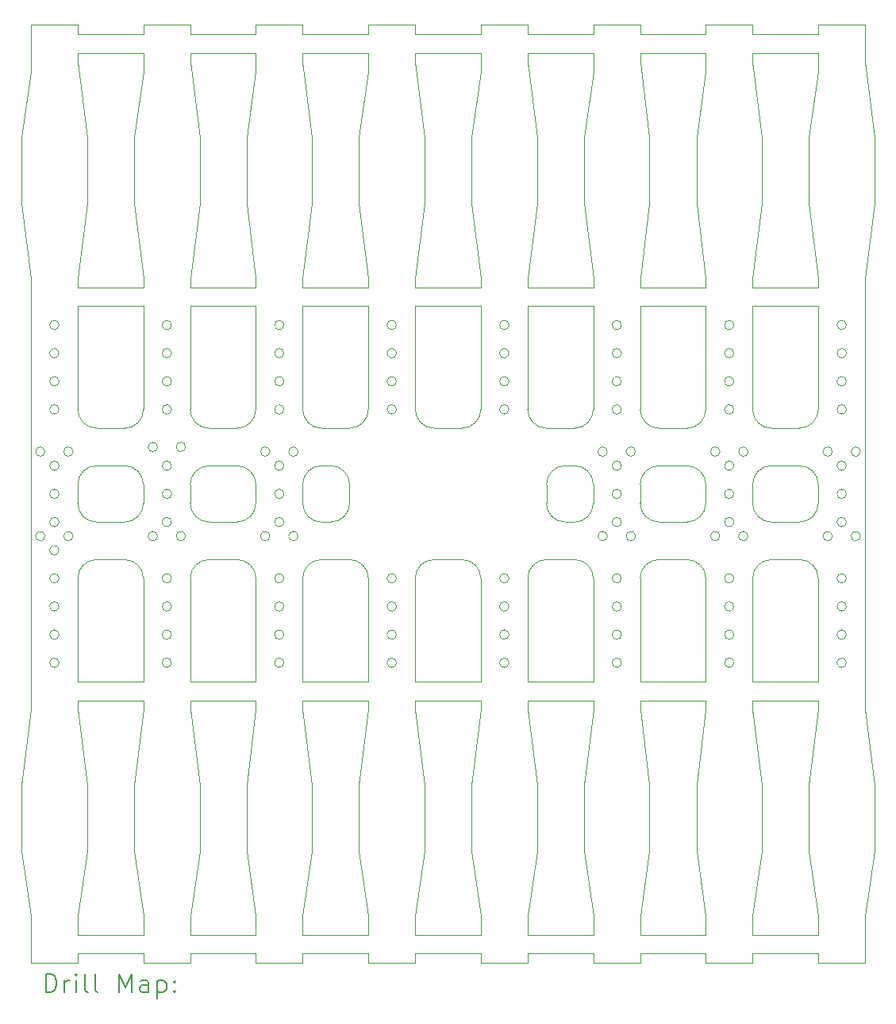
<source format=gbr>
%TF.GenerationSoftware,KiCad,Pcbnew,8.0.1-8.0.1-1~ubuntu22.04.1*%
%TF.CreationDate,2024-03-30T20:05:05+00:00*%
%TF.ProjectId,DRY_FLEX,4452595f-464c-4455-982e-6b696361645f,v1.0*%
%TF.SameCoordinates,Original*%
%TF.FileFunction,Drillmap*%
%TF.FilePolarity,Positive*%
%FSLAX45Y45*%
G04 Gerber Fmt 4.5, Leading zero omitted, Abs format (unit mm)*
G04 Created by KiCad (PCBNEW 8.0.1-8.0.1-1~ubuntu22.04.1) date 2024-03-30 20:05:05*
%MOMM*%
%LPD*%
G01*
G04 APERTURE LIST*
%ADD10C,0.038100*%
%ADD11C,0.200000*%
G04 APERTURE END LIST*
D10*
X4300000Y-7300000D02*
G75*
G02*
X4500000Y-7500000I0J-200000D01*
G01*
X2600000Y-1900000D02*
X3300000Y-1900000D01*
X8600000Y-7500000D02*
G75*
G02*
X8800000Y-7300000I200000J0D01*
G01*
X7200000Y-7800000D02*
G75*
G02*
X7100000Y-7800000I-50000J0D01*
G01*
X7100000Y-7800000D02*
G75*
G02*
X7200000Y-7800000I50000J0D01*
G01*
X8100000Y-6700000D02*
G75*
G02*
X7900000Y-6900000I-200000J0D01*
G01*
X10500000Y-4600000D02*
X10500000Y-5700000D01*
X8600000Y-4600000D02*
X9300000Y-4600000D01*
X2400000Y-4800000D02*
G75*
G02*
X2300000Y-4800000I-50000J0D01*
G01*
X2300000Y-4800000D02*
G75*
G02*
X2400000Y-4800000I50000J0D01*
G01*
X3300000Y-1900000D02*
X3300000Y-2100000D01*
X5700000Y-4300000D02*
X5600000Y-3500000D01*
X9600000Y-5700000D02*
G75*
G02*
X9500000Y-5700000I-50000J0D01*
G01*
X9500000Y-5700000D02*
G75*
G02*
X9600000Y-5700000I50000J0D01*
G01*
X4650000Y-6150000D02*
G75*
G02*
X4550000Y-6150000I-50000J0D01*
G01*
X4550000Y-6150000D02*
G75*
G02*
X4650000Y-6150000I50000J0D01*
G01*
X11000000Y-11300000D02*
X11000000Y-11100000D01*
X8600000Y-1700000D02*
X9300000Y-1700000D01*
X10500000Y-11500000D02*
X10500000Y-11600000D01*
X7800000Y-6300000D02*
X7900000Y-6300000D01*
X8100000Y-4300000D02*
X8100000Y-4400000D01*
X9300000Y-11600000D02*
X9800000Y-11600000D01*
X3300000Y-11500000D02*
X3300000Y-11600000D01*
X4300000Y-6900000D02*
X4000000Y-6900000D01*
X3200000Y-3500000D02*
X3200000Y-2800000D01*
X2400000Y-7800000D02*
G75*
G02*
X2300000Y-7800000I-50000J0D01*
G01*
X2300000Y-7800000D02*
G75*
G02*
X2400000Y-7800000I50000J0D01*
G01*
X6400000Y-5900000D02*
X6700000Y-5900000D01*
X8600000Y-11600000D02*
X8600000Y-11500000D01*
X9800000Y-4600000D02*
X10500000Y-4600000D01*
X10500000Y-5700000D02*
G75*
G02*
X10300000Y-5900000I-200000J0D01*
G01*
X8600000Y-11300000D02*
X8600000Y-11100000D01*
X8550000Y-6150000D02*
G75*
G02*
X8450000Y-6150000I-50000J0D01*
G01*
X8450000Y-6150000D02*
G75*
G02*
X8550000Y-6150000I50000J0D01*
G01*
X6200000Y-8600000D02*
X6900000Y-8600000D01*
X8600000Y-4700000D02*
X8600000Y-5700000D01*
X3800000Y-8600000D02*
X3800000Y-8500000D01*
X4800000Y-6600000D02*
G75*
G02*
X4700000Y-6600000I-50000J0D01*
G01*
X4700000Y-6600000D02*
G75*
G02*
X4800000Y-6600000I50000J0D01*
G01*
X8100000Y-1600000D02*
X8600000Y-1600000D01*
X5000000Y-1700000D02*
X5700000Y-1700000D01*
X8100000Y-8600000D02*
X8100000Y-7500000D01*
X9800000Y-8600000D02*
X9800000Y-8500000D01*
X5500000Y-7300000D02*
G75*
G02*
X5700000Y-7500000I0J-200000D01*
G01*
X6200000Y-11500000D02*
X6900000Y-11500000D01*
X10500000Y-4300000D02*
X10400000Y-3500000D01*
X2400000Y-7200000D02*
G75*
G02*
X2300000Y-7200000I-50000J0D01*
G01*
X2300000Y-7200000D02*
G75*
G02*
X2400000Y-7200000I50000J0D01*
G01*
X9800000Y-8600000D02*
X10500000Y-8600000D01*
X9800000Y-11600000D02*
X9800000Y-11500000D01*
X6900000Y-4600000D02*
X6900000Y-5700000D01*
X3800000Y-6700000D02*
X3800000Y-6500000D01*
X4300000Y-6300000D02*
G75*
G02*
X4500000Y-6500000I0J-200000D01*
G01*
X2600000Y-8900000D02*
X2600000Y-8800000D01*
X6200000Y-11600000D02*
X6200000Y-11500000D01*
X3800000Y-4600000D02*
X3800000Y-4700000D01*
X4400000Y-9700000D02*
X4400000Y-10400000D01*
X4500000Y-4600000D02*
X4500000Y-5700000D01*
X3300000Y-4600000D02*
X3300000Y-5700000D01*
X7200000Y-4800000D02*
G75*
G02*
X7100000Y-4800000I-50000J0D01*
G01*
X7100000Y-4800000D02*
G75*
G02*
X7200000Y-4800000I50000J0D01*
G01*
X6200000Y-7500000D02*
G75*
G02*
X6400000Y-7300000I200000J0D01*
G01*
X10950000Y-7050000D02*
G75*
G02*
X10850000Y-7050000I-50000J0D01*
G01*
X10850000Y-7050000D02*
G75*
G02*
X10950000Y-7050000I50000J0D01*
G01*
X2600000Y-8800000D02*
X3300000Y-8800000D01*
X3600000Y-6900000D02*
G75*
G02*
X3500000Y-6900000I-50000J0D01*
G01*
X3500000Y-6900000D02*
G75*
G02*
X3600000Y-6900000I50000J0D01*
G01*
X9300000Y-11300000D02*
X9300000Y-11100000D01*
X8400000Y-8100000D02*
G75*
G02*
X8300000Y-8100000I-50000J0D01*
G01*
X8300000Y-8100000D02*
G75*
G02*
X8400000Y-8100000I50000J0D01*
G01*
X2100000Y-8900000D02*
X2100000Y-8800000D01*
X9300000Y-6700000D02*
G75*
G02*
X9100000Y-6900000I-200000J0D01*
G01*
X2400000Y-5100000D02*
G75*
G02*
X2300000Y-5100000I-50000J0D01*
G01*
X2300000Y-5100000D02*
G75*
G02*
X2400000Y-5100000I50000J0D01*
G01*
X3300000Y-5700000D02*
G75*
G02*
X3100000Y-5900000I-200000J0D01*
G01*
X5000000Y-1900000D02*
X5700000Y-1900000D01*
X9450000Y-7050000D02*
G75*
G02*
X9350000Y-7050000I-50000J0D01*
G01*
X9350000Y-7050000D02*
G75*
G02*
X9450000Y-7050000I50000J0D01*
G01*
X8100000Y-11500000D02*
X8100000Y-11600000D01*
X8100000Y-8900000D02*
X8100000Y-8800000D01*
X2100000Y-2100000D02*
X2000000Y-2800000D01*
X8700000Y-9700000D02*
X8600000Y-8900000D01*
X6200000Y-1600000D02*
X6200000Y-1700000D01*
X10500000Y-6700000D02*
G75*
G02*
X10300000Y-6900000I-200000J0D01*
G01*
X5000000Y-8600000D02*
X5700000Y-8600000D01*
X3900000Y-2800000D02*
X3900000Y-3500000D01*
X7900000Y-6300000D02*
G75*
G02*
X8100000Y-6500000I0J-200000D01*
G01*
X6200000Y-8800000D02*
X6900000Y-8800000D01*
X7400000Y-7500000D02*
G75*
G02*
X7600000Y-7300000I200000J0D01*
G01*
X2600000Y-1600000D02*
X2600000Y-1700000D01*
X8600000Y-1900000D02*
X8600000Y-2000000D01*
X9800000Y-1600000D02*
X9800000Y-1700000D01*
X9600000Y-8400000D02*
G75*
G02*
X9500000Y-8400000I-50000J0D01*
G01*
X9500000Y-8400000D02*
G75*
G02*
X9600000Y-8400000I50000J0D01*
G01*
X9300000Y-4300000D02*
X9200000Y-3500000D01*
X6200000Y-11100000D02*
X6300000Y-10400000D01*
X5700000Y-11600000D02*
X6200000Y-11600000D01*
X9800000Y-1900000D02*
X10500000Y-1900000D01*
X11000000Y-4700000D02*
X11000000Y-5900000D01*
X8600000Y-4400000D02*
X9300000Y-4400000D01*
X5300000Y-6900000D02*
X5200000Y-6900000D01*
X5100000Y-2800000D02*
X5100000Y-3500000D01*
X6000000Y-5100000D02*
G75*
G02*
X5900000Y-5100000I-50000J0D01*
G01*
X5900000Y-5100000D02*
G75*
G02*
X6000000Y-5100000I50000J0D01*
G01*
X5000000Y-8600000D02*
X5000000Y-8500000D01*
X7400000Y-4400000D02*
X8100000Y-4400000D01*
X3800000Y-2000000D02*
X3900000Y-2800000D01*
X2600000Y-4400000D02*
X3300000Y-4400000D01*
X3300000Y-11300000D02*
X3300000Y-11100000D01*
X4500000Y-6500000D02*
X4500000Y-6700000D01*
X7400000Y-8800000D02*
X8100000Y-8800000D01*
X11000000Y-4600000D02*
X11000000Y-4700000D01*
X2600000Y-4300000D02*
X2600000Y-4400000D01*
X5000000Y-6700000D02*
X5000000Y-6500000D01*
X7600000Y-6500000D02*
G75*
G02*
X7800000Y-6300000I200000J0D01*
G01*
X8600000Y-11100000D02*
X8700000Y-10400000D01*
X2600000Y-4600000D02*
X2600000Y-4700000D01*
X9900000Y-3500000D02*
X9800000Y-4300000D01*
X3800000Y-8600000D02*
X4500000Y-8600000D01*
X7200000Y-8400000D02*
G75*
G02*
X7100000Y-8400000I-50000J0D01*
G01*
X7100000Y-8400000D02*
G75*
G02*
X7200000Y-8400000I50000J0D01*
G01*
X8400000Y-5400000D02*
G75*
G02*
X8300000Y-5400000I-50000J0D01*
G01*
X8300000Y-5400000D02*
G75*
G02*
X8400000Y-5400000I50000J0D01*
G01*
X5600000Y-3500000D02*
X5600000Y-2800000D01*
X6900000Y-8600000D02*
X6900000Y-7500000D01*
X2100000Y-11100000D02*
X2000000Y-10400000D01*
X10500000Y-1700000D02*
X10500000Y-1600000D01*
X11100000Y-3500000D02*
X11000000Y-4300000D01*
X10300000Y-7300000D02*
G75*
G02*
X10500000Y-7500000I0J-200000D01*
G01*
X11000000Y-11300000D02*
X11000000Y-11500000D01*
X2700000Y-3500000D02*
X2600000Y-4300000D01*
X11100000Y-9700000D02*
X11000000Y-8900000D01*
X6900000Y-5700000D02*
G75*
G02*
X6700000Y-5900000I-200000J0D01*
G01*
X8250000Y-7050000D02*
G75*
G02*
X8150000Y-7050000I-50000J0D01*
G01*
X8150000Y-7050000D02*
G75*
G02*
X8250000Y-7050000I50000J0D01*
G01*
X6900000Y-1900000D02*
X6900000Y-2100000D01*
X7200000Y-5700000D02*
G75*
G02*
X7100000Y-5700000I-50000J0D01*
G01*
X7100000Y-5700000D02*
G75*
G02*
X7200000Y-5700000I50000J0D01*
G01*
X3900000Y-10400000D02*
X3900000Y-9700000D01*
X9800000Y-11300000D02*
X9800000Y-11100000D01*
X6200000Y-4600000D02*
X6200000Y-4700000D01*
X11000000Y-8900000D02*
X11000000Y-8800000D01*
X8100000Y-6500000D02*
X8100000Y-6700000D01*
X9800000Y-8900000D02*
X9800000Y-8800000D01*
X3300000Y-11100000D02*
X3200000Y-10400000D01*
X8600000Y-2000000D02*
X8700000Y-2800000D01*
X6900000Y-11600000D02*
X7400000Y-11600000D01*
X8100000Y-1700000D02*
X8100000Y-1600000D01*
X11000000Y-8600000D02*
X11000000Y-8500000D01*
X11000000Y-8500000D02*
X11000000Y-7300000D01*
X2800000Y-5900000D02*
X3100000Y-5900000D01*
X4000000Y-5900000D02*
X4300000Y-5900000D01*
X4800000Y-8100000D02*
G75*
G02*
X4700000Y-8100000I-50000J0D01*
G01*
X4700000Y-8100000D02*
G75*
G02*
X4800000Y-8100000I50000J0D01*
G01*
X11000000Y-2000000D02*
X11100000Y-2800000D01*
X2400000Y-8400000D02*
G75*
G02*
X2300000Y-8400000I-50000J0D01*
G01*
X2300000Y-8400000D02*
G75*
G02*
X2400000Y-8400000I50000J0D01*
G01*
X7900000Y-6900000D02*
X7800000Y-6900000D01*
X9800000Y-4400000D02*
X10500000Y-4400000D01*
X4800000Y-4800000D02*
G75*
G02*
X4700000Y-4800000I-50000J0D01*
G01*
X4700000Y-4800000D02*
G75*
G02*
X4800000Y-4800000I50000J0D01*
G01*
X2100000Y-11300000D02*
X2100000Y-11500000D01*
X8400000Y-6300000D02*
G75*
G02*
X8300000Y-6300000I-50000J0D01*
G01*
X8300000Y-6300000D02*
G75*
G02*
X8400000Y-6300000I50000J0D01*
G01*
X3450000Y-6100000D02*
G75*
G02*
X3350000Y-6100000I-50000J0D01*
G01*
X3350000Y-6100000D02*
G75*
G02*
X3450000Y-6100000I50000J0D01*
G01*
X11000000Y-8600000D02*
X11000000Y-8800000D01*
X6900000Y-11500000D02*
X6900000Y-11600000D01*
X11000000Y-4300000D02*
X11000000Y-4400000D01*
X6900000Y-2100000D02*
X6800000Y-2800000D01*
X6200000Y-4700000D02*
X6200000Y-5700000D01*
X4800000Y-8400000D02*
G75*
G02*
X4700000Y-8400000I-50000J0D01*
G01*
X4700000Y-8400000D02*
G75*
G02*
X4800000Y-8400000I50000J0D01*
G01*
X9600000Y-5400000D02*
G75*
G02*
X9500000Y-5400000I-50000J0D01*
G01*
X9500000Y-5400000D02*
G75*
G02*
X9600000Y-5400000I50000J0D01*
G01*
X4500000Y-8600000D02*
X4500000Y-7500000D01*
X4500000Y-8900000D02*
X4500000Y-8800000D01*
X7500000Y-3500000D02*
X7400000Y-4300000D01*
X3100000Y-6300000D02*
G75*
G02*
X3300000Y-6500000I0J-200000D01*
G01*
X8800000Y-7300000D02*
X9100000Y-7300000D01*
X3800000Y-6500000D02*
G75*
G02*
X4000000Y-6300000I200000J0D01*
G01*
X7400000Y-4600000D02*
X8100000Y-4600000D01*
X3600000Y-7500000D02*
G75*
G02*
X3500000Y-7500000I-50000J0D01*
G01*
X3500000Y-7500000D02*
G75*
G02*
X3600000Y-7500000I50000J0D01*
G01*
X4800000Y-5100000D02*
G75*
G02*
X4700000Y-5100000I-50000J0D01*
G01*
X4700000Y-5100000D02*
G75*
G02*
X4800000Y-5100000I50000J0D01*
G01*
X10500000Y-8600000D02*
X10500000Y-7500000D01*
X2600000Y-8600000D02*
X2600000Y-8500000D01*
X2800000Y-5900000D02*
G75*
G02*
X2600000Y-5700000I0J200000D01*
G01*
X10800000Y-8100000D02*
G75*
G02*
X10700000Y-8100000I-50000J0D01*
G01*
X10700000Y-8100000D02*
G75*
G02*
X10800000Y-8100000I50000J0D01*
G01*
X9200000Y-3500000D02*
X9200000Y-2800000D01*
X6900000Y-4300000D02*
X6800000Y-3500000D01*
X10000000Y-6300000D02*
X10300000Y-6300000D01*
X9600000Y-5100000D02*
G75*
G02*
X9500000Y-5100000I-50000J0D01*
G01*
X9500000Y-5100000D02*
G75*
G02*
X9600000Y-5100000I50000J0D01*
G01*
X3750000Y-6100000D02*
G75*
G02*
X3650000Y-6100000I-50000J0D01*
G01*
X3650000Y-6100000D02*
G75*
G02*
X3750000Y-6100000I50000J0D01*
G01*
X10650000Y-6150000D02*
G75*
G02*
X10550000Y-6150000I-50000J0D01*
G01*
X10550000Y-6150000D02*
G75*
G02*
X10650000Y-6150000I50000J0D01*
G01*
X6200000Y-4600000D02*
X6900000Y-4600000D01*
X9600000Y-7800000D02*
G75*
G02*
X9500000Y-7800000I-50000J0D01*
G01*
X9500000Y-7800000D02*
G75*
G02*
X9600000Y-7800000I50000J0D01*
G01*
X5000000Y-6500000D02*
G75*
G02*
X5200000Y-6300000I200000J0D01*
G01*
X10500000Y-11300000D02*
X10500000Y-11100000D01*
X6200000Y-8600000D02*
X6200000Y-8500000D01*
X5000000Y-4600000D02*
X5700000Y-4600000D01*
X6900000Y-11300000D02*
X6900000Y-11100000D01*
X9800000Y-7500000D02*
G75*
G02*
X10000000Y-7300000I200000J0D01*
G01*
X3100000Y-6900000D02*
X2800000Y-6900000D01*
X2400000Y-6300000D02*
G75*
G02*
X2300000Y-6300000I-50000J0D01*
G01*
X2300000Y-6300000D02*
G75*
G02*
X2400000Y-6300000I50000J0D01*
G01*
X9300000Y-4300000D02*
X9300000Y-4400000D01*
X5000000Y-11300000D02*
X5700000Y-11300000D01*
X5000000Y-11300000D02*
X5000000Y-11100000D01*
X6300000Y-9700000D02*
X6200000Y-8900000D01*
X8600000Y-11300000D02*
X9300000Y-11300000D01*
X5000000Y-8900000D02*
X5000000Y-8800000D01*
X9800000Y-4300000D02*
X9800000Y-4400000D01*
X6200000Y-4300000D02*
X6200000Y-4400000D01*
X2250000Y-7050000D02*
G75*
G02*
X2150000Y-7050000I-50000J0D01*
G01*
X2150000Y-7050000D02*
G75*
G02*
X2250000Y-7050000I50000J0D01*
G01*
X10500000Y-1900000D02*
X10500000Y-2100000D01*
X5500000Y-6500000D02*
X5500000Y-6700000D01*
X9800000Y-8500000D02*
X9800000Y-7500000D01*
X5700000Y-1600000D02*
X6200000Y-1600000D01*
X5000000Y-7500000D02*
G75*
G02*
X5200000Y-7300000I200000J0D01*
G01*
X5500000Y-6700000D02*
G75*
G02*
X5300000Y-6900000I-200000J0D01*
G01*
X6900000Y-11100000D02*
X6800000Y-10400000D01*
X7500000Y-2800000D02*
X7500000Y-3500000D01*
X7400000Y-11300000D02*
X7400000Y-11100000D01*
X5000000Y-8800000D02*
X5700000Y-8800000D01*
X3300000Y-2100000D02*
X3200000Y-2800000D01*
X7400000Y-11500000D02*
X8100000Y-11500000D01*
X5200000Y-6300000D02*
X5300000Y-6300000D01*
X5000000Y-1600000D02*
X5000000Y-1700000D01*
X5200000Y-5900000D02*
X5500000Y-5900000D01*
X3450000Y-7050000D02*
G75*
G02*
X3350000Y-7050000I-50000J0D01*
G01*
X3350000Y-7050000D02*
G75*
G02*
X3450000Y-7050000I50000J0D01*
G01*
X3800000Y-4600000D02*
X4500000Y-4600000D01*
X10000000Y-7300000D02*
X10300000Y-7300000D01*
X2000000Y-3500000D02*
X2000000Y-2800000D01*
X6900000Y-8900000D02*
X6900000Y-8800000D01*
X8100000Y-11100000D02*
X8000000Y-10400000D01*
X3800000Y-11600000D02*
X3800000Y-11500000D01*
X3800000Y-8800000D02*
X4500000Y-8800000D01*
X7200000Y-5400000D02*
G75*
G02*
X7100000Y-5400000I-50000J0D01*
G01*
X7100000Y-5400000D02*
G75*
G02*
X7200000Y-5400000I50000J0D01*
G01*
X7400000Y-1600000D02*
X7400000Y-1700000D01*
X8100000Y-8900000D02*
X8000000Y-9700000D01*
X8100000Y-4600000D02*
X8100000Y-5700000D01*
X11000000Y-1700000D02*
X11000000Y-1900000D01*
X8400000Y-7500000D02*
G75*
G02*
X8300000Y-7500000I-50000J0D01*
G01*
X8300000Y-7500000D02*
G75*
G02*
X8400000Y-7500000I50000J0D01*
G01*
X5600000Y-9700000D02*
X5600000Y-10400000D01*
X2700000Y-2800000D02*
X2700000Y-3500000D01*
X10800000Y-6600000D02*
G75*
G02*
X10700000Y-6600000I-50000J0D01*
G01*
X10700000Y-6600000D02*
G75*
G02*
X10800000Y-6600000I50000J0D01*
G01*
X7400000Y-11600000D02*
X7400000Y-11500000D01*
X9900000Y-10400000D02*
X9900000Y-9700000D01*
X6200000Y-11300000D02*
X6200000Y-11100000D01*
X5200000Y-7300000D02*
X5500000Y-7300000D01*
X10500000Y-1600000D02*
X11000000Y-1600000D01*
X3300000Y-1600000D02*
X3800000Y-1600000D01*
X9900000Y-2800000D02*
X9900000Y-3500000D01*
X2600000Y-1900000D02*
X2600000Y-2000000D01*
X8600000Y-11500000D02*
X9300000Y-11500000D01*
X8700000Y-3500000D02*
X8600000Y-4300000D01*
X2600000Y-1700000D02*
X3300000Y-1700000D01*
X9800000Y-4600000D02*
X9800000Y-4700000D01*
X8400000Y-5700000D02*
G75*
G02*
X8300000Y-5700000I-50000J0D01*
G01*
X8300000Y-5700000D02*
G75*
G02*
X8400000Y-5700000I50000J0D01*
G01*
X6200000Y-8900000D02*
X6200000Y-8800000D01*
X8400000Y-8400000D02*
G75*
G02*
X8300000Y-8400000I-50000J0D01*
G01*
X8300000Y-8400000D02*
G75*
G02*
X8400000Y-8400000I50000J0D01*
G01*
X10400000Y-9700000D02*
X10400000Y-10400000D01*
X8400000Y-6600000D02*
G75*
G02*
X8300000Y-6600000I-50000J0D01*
G01*
X8300000Y-6600000D02*
G75*
G02*
X8400000Y-6600000I50000J0D01*
G01*
X3600000Y-6300000D02*
G75*
G02*
X3500000Y-6300000I-50000J0D01*
G01*
X3500000Y-6300000D02*
G75*
G02*
X3600000Y-6300000I50000J0D01*
G01*
X4500000Y-1900000D02*
X4500000Y-2100000D01*
X6300000Y-10400000D02*
X6300000Y-9700000D01*
X4800000Y-7500000D02*
G75*
G02*
X4700000Y-7500000I-50000J0D01*
G01*
X4700000Y-7500000D02*
G75*
G02*
X4800000Y-7500000I50000J0D01*
G01*
X10500000Y-11100000D02*
X10400000Y-10400000D01*
X4500000Y-8900000D02*
X4400000Y-9700000D01*
X5200000Y-6900000D02*
G75*
G02*
X5000000Y-6700000I0J200000D01*
G01*
X11000000Y-11100000D02*
X11100000Y-10400000D01*
X10800000Y-5700000D02*
G75*
G02*
X10700000Y-5700000I-50000J0D01*
G01*
X10700000Y-5700000D02*
G75*
G02*
X10800000Y-5700000I50000J0D01*
G01*
X2100000Y-1700000D02*
X2100000Y-1600000D01*
X8100000Y-11600000D02*
X8600000Y-11600000D01*
X7500000Y-10400000D02*
X7500000Y-9700000D01*
X8000000Y-9700000D02*
X8000000Y-10400000D01*
X2100000Y-11500000D02*
X2100000Y-11600000D01*
X4400000Y-3500000D02*
X4400000Y-2800000D01*
X6300000Y-2800000D02*
X6300000Y-3500000D01*
X9800000Y-11300000D02*
X10500000Y-11300000D01*
X7600000Y-7300000D02*
X7900000Y-7300000D01*
X4000000Y-7300000D02*
X4300000Y-7300000D01*
X3800000Y-11300000D02*
X4500000Y-11300000D01*
X5000000Y-11100000D02*
X5100000Y-10400000D01*
X11000000Y-1600000D02*
X11000000Y-1700000D01*
X2100000Y-4600000D02*
X2100000Y-5900000D01*
X5100000Y-9700000D02*
X5000000Y-8900000D01*
X8600000Y-8500000D02*
X8600000Y-7500000D01*
X9100000Y-7300000D02*
G75*
G02*
X9300000Y-7500000I0J-200000D01*
G01*
X2100000Y-11600000D02*
X2600000Y-11600000D01*
X8600000Y-4300000D02*
X8600000Y-4400000D01*
X4650000Y-7050000D02*
G75*
G02*
X4550000Y-7050000I-50000J0D01*
G01*
X4550000Y-7050000D02*
G75*
G02*
X4650000Y-7050000I50000J0D01*
G01*
X6400000Y-7300000D02*
X6700000Y-7300000D01*
X4800000Y-5700000D02*
G75*
G02*
X4700000Y-5700000I-50000J0D01*
G01*
X4700000Y-5700000D02*
G75*
G02*
X4800000Y-5700000I50000J0D01*
G01*
X8600000Y-6700000D02*
X8600000Y-6500000D01*
X9750000Y-6150000D02*
G75*
G02*
X9650000Y-6150000I-50000J0D01*
G01*
X9650000Y-6150000D02*
G75*
G02*
X9750000Y-6150000I50000J0D01*
G01*
X3800000Y-1700000D02*
X4500000Y-1700000D01*
X6200000Y-1900000D02*
X6200000Y-2000000D01*
X4500000Y-5700000D02*
G75*
G02*
X4300000Y-5900000I-200000J0D01*
G01*
X7500000Y-9700000D02*
X7400000Y-8900000D01*
X2600000Y-4700000D02*
X2600000Y-5700000D01*
X2600000Y-6500000D02*
G75*
G02*
X2800000Y-6300000I200000J0D01*
G01*
X3900000Y-3500000D02*
X3800000Y-4300000D01*
X10950000Y-6150000D02*
G75*
G02*
X10850000Y-6150000I-50000J0D01*
G01*
X10850000Y-6150000D02*
G75*
G02*
X10950000Y-6150000I50000J0D01*
G01*
X3800000Y-4400000D02*
X4500000Y-4400000D01*
X6000000Y-5700000D02*
G75*
G02*
X5900000Y-5700000I-50000J0D01*
G01*
X5900000Y-5700000D02*
G75*
G02*
X6000000Y-5700000I50000J0D01*
G01*
X6000000Y-5400000D02*
G75*
G02*
X5900000Y-5400000I-50000J0D01*
G01*
X5900000Y-5400000D02*
G75*
G02*
X6000000Y-5400000I50000J0D01*
G01*
X3800000Y-1900000D02*
X3800000Y-2000000D01*
X3800000Y-7500000D02*
G75*
G02*
X4000000Y-7300000I200000J0D01*
G01*
X3600000Y-5100000D02*
G75*
G02*
X3500000Y-5100000I-50000J0D01*
G01*
X3500000Y-5100000D02*
G75*
G02*
X3600000Y-5100000I50000J0D01*
G01*
X10000000Y-5900000D02*
X10300000Y-5900000D01*
X2100000Y-4300000D02*
X2100000Y-4400000D01*
X3300000Y-8900000D02*
X3200000Y-9700000D01*
X2800000Y-6300000D02*
X3100000Y-6300000D01*
X8400000Y-4800000D02*
G75*
G02*
X8300000Y-4800000I-50000J0D01*
G01*
X8300000Y-4800000D02*
G75*
G02*
X8400000Y-4800000I50000J0D01*
G01*
X11100000Y-2800000D02*
X11100000Y-3500000D01*
X3300000Y-4300000D02*
X3200000Y-3500000D01*
X4500000Y-4300000D02*
X4400000Y-3500000D01*
X7600000Y-5900000D02*
X7900000Y-5900000D01*
X8600000Y-8800000D02*
X9300000Y-8800000D01*
X3300000Y-6700000D02*
G75*
G02*
X3100000Y-6900000I-200000J0D01*
G01*
X9800000Y-2000000D02*
X9900000Y-2800000D01*
X5000000Y-4700000D02*
X5000000Y-5700000D01*
X6300000Y-3500000D02*
X6200000Y-4300000D01*
X5000000Y-1900000D02*
X5000000Y-2000000D01*
X3800000Y-4700000D02*
X3800000Y-5700000D01*
X11000000Y-11600000D02*
X11000000Y-11500000D01*
X5700000Y-2100000D02*
X5600000Y-2800000D01*
X7400000Y-8600000D02*
X7400000Y-8500000D01*
X6700000Y-7300000D02*
G75*
G02*
X6900000Y-7500000I0J-200000D01*
G01*
X4500000Y-2100000D02*
X4400000Y-2800000D01*
X10400000Y-3500000D02*
X10400000Y-2800000D01*
X3600000Y-4800000D02*
G75*
G02*
X3500000Y-4800000I-50000J0D01*
G01*
X3500000Y-4800000D02*
G75*
G02*
X3600000Y-4800000I50000J0D01*
G01*
X7400000Y-2000000D02*
X7500000Y-2800000D01*
X3800000Y-4300000D02*
X3800000Y-4400000D01*
X10800000Y-8400000D02*
G75*
G02*
X10700000Y-8400000I-50000J0D01*
G01*
X10700000Y-8400000D02*
G75*
G02*
X10800000Y-8400000I50000J0D01*
G01*
X2400000Y-8100000D02*
G75*
G02*
X2300000Y-8100000I-50000J0D01*
G01*
X2300000Y-8100000D02*
G75*
G02*
X2400000Y-8100000I50000J0D01*
G01*
X2600000Y-6700000D02*
X2600000Y-6500000D01*
X9800000Y-11500000D02*
X10500000Y-11500000D01*
X3600000Y-8400000D02*
G75*
G02*
X3500000Y-8400000I-50000J0D01*
G01*
X3500000Y-8400000D02*
G75*
G02*
X3600000Y-8400000I50000J0D01*
G01*
X3800000Y-1900000D02*
X4500000Y-1900000D01*
X8700000Y-10400000D02*
X8700000Y-9700000D01*
X5700000Y-1900000D02*
X5700000Y-2100000D01*
X11000000Y-4600000D02*
X11000000Y-4400000D01*
X5700000Y-1700000D02*
X5700000Y-1600000D01*
X10500000Y-11600000D02*
X11000000Y-11600000D01*
X5000000Y-2000000D02*
X5100000Y-2800000D01*
X5000000Y-4600000D02*
X5000000Y-4700000D01*
X3600000Y-6600000D02*
G75*
G02*
X3500000Y-6600000I-50000J0D01*
G01*
X3500000Y-6600000D02*
G75*
G02*
X3600000Y-6600000I50000J0D01*
G01*
X8400000Y-5100000D02*
G75*
G02*
X8300000Y-5100000I-50000J0D01*
G01*
X8300000Y-5100000D02*
G75*
G02*
X8400000Y-5100000I50000J0D01*
G01*
X8100000Y-2100000D02*
X8000000Y-2800000D01*
X6800000Y-9700000D02*
X6800000Y-10400000D01*
X5700000Y-8900000D02*
X5600000Y-9700000D01*
X8400000Y-6900000D02*
G75*
G02*
X8300000Y-6900000I-50000J0D01*
G01*
X8300000Y-6900000D02*
G75*
G02*
X8400000Y-6900000I50000J0D01*
G01*
X11100000Y-10400000D02*
X11100000Y-9700000D01*
X9300000Y-1600000D02*
X9800000Y-1600000D01*
X8600000Y-8900000D02*
X8600000Y-8800000D01*
X7200000Y-8100000D02*
G75*
G02*
X7100000Y-8100000I-50000J0D01*
G01*
X7100000Y-8100000D02*
G75*
G02*
X7200000Y-8100000I50000J0D01*
G01*
X8600000Y-6500000D02*
G75*
G02*
X8800000Y-6300000I200000J0D01*
G01*
X4500000Y-6700000D02*
G75*
G02*
X4300000Y-6900000I-200000J0D01*
G01*
X8550000Y-7050000D02*
G75*
G02*
X8450000Y-7050000I-50000J0D01*
G01*
X8450000Y-7050000D02*
G75*
G02*
X8550000Y-7050000I50000J0D01*
G01*
X5300000Y-6300000D02*
G75*
G02*
X5500000Y-6500000I0J-200000D01*
G01*
X2600000Y-11500000D02*
X3300000Y-11500000D01*
X6000000Y-8400000D02*
G75*
G02*
X5900000Y-8400000I-50000J0D01*
G01*
X5900000Y-8400000D02*
G75*
G02*
X6000000Y-8400000I50000J0D01*
G01*
X3800000Y-8900000D02*
X3800000Y-8800000D01*
X9300000Y-11100000D02*
X9200000Y-10400000D01*
X6200000Y-11300000D02*
X6900000Y-11300000D01*
X7400000Y-11300000D02*
X8100000Y-11300000D01*
X8800000Y-6300000D02*
X9100000Y-6300000D01*
X3300000Y-8600000D02*
X3300000Y-7500000D01*
X10000000Y-5900000D02*
G75*
G02*
X9800000Y-5700000I0J200000D01*
G01*
X2100000Y-8600000D02*
X2100000Y-7300000D01*
X9300000Y-1900000D02*
X9300000Y-2100000D01*
X3750000Y-7050000D02*
G75*
G02*
X3650000Y-7050000I-50000J0D01*
G01*
X3650000Y-7050000D02*
G75*
G02*
X3750000Y-7050000I50000J0D01*
G01*
X2600000Y-8500000D02*
X2600000Y-7500000D01*
X7400000Y-8600000D02*
X8100000Y-8600000D01*
X7400000Y-8900000D02*
X7400000Y-8800000D01*
X3300000Y-1700000D02*
X3300000Y-1600000D01*
X5100000Y-3500000D02*
X5000000Y-4300000D01*
X7800000Y-6900000D02*
G75*
G02*
X7600000Y-6700000I0J200000D01*
G01*
X2700000Y-9700000D02*
X2600000Y-8900000D01*
X9600000Y-4800000D02*
G75*
G02*
X9500000Y-4800000I-50000J0D01*
G01*
X9500000Y-4800000D02*
G75*
G02*
X9600000Y-4800000I50000J0D01*
G01*
X2100000Y-8900000D02*
X2000000Y-9700000D01*
X8250000Y-6150000D02*
G75*
G02*
X8150000Y-6150000I-50000J0D01*
G01*
X8150000Y-6150000D02*
G75*
G02*
X8250000Y-6150000I50000J0D01*
G01*
X8800000Y-6900000D02*
G75*
G02*
X8600000Y-6700000I0J200000D01*
G01*
X2100000Y-8800000D02*
X2100000Y-8600000D01*
X3800000Y-8500000D02*
X3800000Y-7500000D01*
X9900000Y-9700000D02*
X9800000Y-8900000D01*
X9600000Y-6900000D02*
G75*
G02*
X9500000Y-6900000I-50000J0D01*
G01*
X9500000Y-6900000D02*
G75*
G02*
X9600000Y-6900000I50000J0D01*
G01*
X9800000Y-4700000D02*
X9800000Y-5700000D01*
X9800000Y-11100000D02*
X9900000Y-10400000D01*
X4800000Y-6900000D02*
G75*
G02*
X4700000Y-6900000I-50000J0D01*
G01*
X4700000Y-6900000D02*
G75*
G02*
X4800000Y-6900000I50000J0D01*
G01*
X3800000Y-1600000D02*
X3800000Y-1700000D01*
X10800000Y-7800000D02*
G75*
G02*
X10700000Y-7800000I-50000J0D01*
G01*
X10700000Y-7800000D02*
G75*
G02*
X10800000Y-7800000I50000J0D01*
G01*
X4500000Y-11600000D02*
X5000000Y-11600000D01*
X6000000Y-8100000D02*
G75*
G02*
X5900000Y-8100000I-50000J0D01*
G01*
X5900000Y-8100000D02*
G75*
G02*
X6000000Y-8100000I50000J0D01*
G01*
X10300000Y-6300000D02*
G75*
G02*
X10500000Y-6500000I0J-200000D01*
G01*
X6800000Y-3500000D02*
X6800000Y-2800000D01*
X2100000Y-11300000D02*
X2100000Y-11100000D01*
X2100000Y-1900000D02*
X2100000Y-1700000D01*
X3100000Y-7300000D02*
G75*
G02*
X3300000Y-7500000I0J-200000D01*
G01*
X2550000Y-6150000D02*
G75*
G02*
X2450000Y-6150000I-50000J0D01*
G01*
X2450000Y-6150000D02*
G75*
G02*
X2550000Y-6150000I50000J0D01*
G01*
X9300000Y-4600000D02*
X9300000Y-5700000D01*
X6900000Y-8900000D02*
X6800000Y-9700000D01*
X6000000Y-7800000D02*
G75*
G02*
X5900000Y-7800000I-50000J0D01*
G01*
X5900000Y-7800000D02*
G75*
G02*
X6000000Y-7800000I50000J0D01*
G01*
X7400000Y-11100000D02*
X7500000Y-10400000D01*
X9450000Y-6150000D02*
G75*
G02*
X9350000Y-6150000I-50000J0D01*
G01*
X9350000Y-6150000D02*
G75*
G02*
X9450000Y-6150000I50000J0D01*
G01*
X9100000Y-6900000D02*
X8800000Y-6900000D01*
X6200000Y-1700000D02*
X6900000Y-1700000D01*
X7400000Y-8500000D02*
X7400000Y-7500000D01*
X4800000Y-7800000D02*
G75*
G02*
X4700000Y-7800000I-50000J0D01*
G01*
X4700000Y-7800000D02*
G75*
G02*
X4800000Y-7800000I50000J0D01*
G01*
X3300000Y-11600000D02*
X3800000Y-11600000D01*
X8700000Y-2800000D02*
X8700000Y-3500000D01*
X6900000Y-1600000D02*
X7400000Y-1600000D01*
X9300000Y-11500000D02*
X9300000Y-11600000D01*
X5700000Y-11300000D02*
X5700000Y-11100000D01*
X7600000Y-5900000D02*
G75*
G02*
X7400000Y-5700000I0J200000D01*
G01*
X10300000Y-6900000D02*
X10000000Y-6900000D01*
X9100000Y-6300000D02*
G75*
G02*
X9300000Y-6500000I0J-200000D01*
G01*
X8600000Y-1600000D02*
X8600000Y-1700000D01*
X4500000Y-11100000D02*
X4400000Y-10400000D01*
X9300000Y-8900000D02*
X9300000Y-8800000D01*
X10800000Y-5100000D02*
G75*
G02*
X10700000Y-5100000I-50000J0D01*
G01*
X10700000Y-5100000D02*
G75*
G02*
X10800000Y-5100000I50000J0D01*
G01*
X3300000Y-4300000D02*
X3300000Y-4400000D01*
X5000000Y-4300000D02*
X5000000Y-4400000D01*
X5000000Y-4400000D02*
X5700000Y-4400000D01*
X10500000Y-4300000D02*
X10500000Y-4400000D01*
X3600000Y-8100000D02*
G75*
G02*
X3500000Y-8100000I-50000J0D01*
G01*
X3500000Y-8100000D02*
G75*
G02*
X3600000Y-8100000I50000J0D01*
G01*
X5000000Y-11600000D02*
X5000000Y-11500000D01*
X3600000Y-7800000D02*
G75*
G02*
X3500000Y-7800000I-50000J0D01*
G01*
X3500000Y-7800000D02*
G75*
G02*
X3600000Y-7800000I50000J0D01*
G01*
X8100000Y-11300000D02*
X8100000Y-11100000D01*
X8000000Y-3500000D02*
X8000000Y-2800000D01*
X10800000Y-6900000D02*
G75*
G02*
X10700000Y-6900000I-50000J0D01*
G01*
X10700000Y-6900000D02*
G75*
G02*
X10800000Y-6900000I50000J0D01*
G01*
X9600000Y-6600000D02*
G75*
G02*
X9500000Y-6600000I-50000J0D01*
G01*
X9500000Y-6600000D02*
G75*
G02*
X9600000Y-6600000I50000J0D01*
G01*
X7400000Y-4700000D02*
X7400000Y-5700000D01*
X2700000Y-10400000D02*
X2700000Y-9700000D01*
X2400000Y-6600000D02*
G75*
G02*
X2300000Y-6600000I-50000J0D01*
G01*
X2300000Y-6600000D02*
G75*
G02*
X2400000Y-6600000I50000J0D01*
G01*
X10500000Y-8900000D02*
X10500000Y-8800000D01*
X4950000Y-7050000D02*
G75*
G02*
X4850000Y-7050000I-50000J0D01*
G01*
X4850000Y-7050000D02*
G75*
G02*
X4950000Y-7050000I50000J0D01*
G01*
X7400000Y-4600000D02*
X7400000Y-4700000D01*
X2400000Y-5400000D02*
G75*
G02*
X2300000Y-5400000I-50000J0D01*
G01*
X2300000Y-5400000D02*
G75*
G02*
X2400000Y-5400000I50000J0D01*
G01*
X9800000Y-6700000D02*
X9800000Y-6500000D01*
X2100000Y-5900000D02*
X2100000Y-7300000D01*
X3600000Y-5700000D02*
G75*
G02*
X3500000Y-5700000I-50000J0D01*
G01*
X3500000Y-5700000D02*
G75*
G02*
X3600000Y-5700000I50000J0D01*
G01*
X9300000Y-5700000D02*
G75*
G02*
X9100000Y-5900000I-200000J0D01*
G01*
X4000000Y-5900000D02*
G75*
G02*
X3800000Y-5700000I0J200000D01*
G01*
X3300000Y-8900000D02*
X3300000Y-8800000D01*
X10800000Y-7500000D02*
G75*
G02*
X10700000Y-7500000I-50000J0D01*
G01*
X10700000Y-7500000D02*
G75*
G02*
X10800000Y-7500000I50000J0D01*
G01*
X4500000Y-11300000D02*
X4500000Y-11100000D01*
X3200000Y-9700000D02*
X3200000Y-10400000D01*
X7400000Y-1900000D02*
X8100000Y-1900000D01*
X7400000Y-4300000D02*
X7400000Y-4400000D01*
X2600000Y-8600000D02*
X3300000Y-8600000D01*
X6900000Y-1700000D02*
X6900000Y-1600000D01*
X11000000Y-1900000D02*
X11000000Y-2000000D01*
X8400000Y-7800000D02*
G75*
G02*
X8300000Y-7800000I-50000J0D01*
G01*
X8300000Y-7800000D02*
G75*
G02*
X8400000Y-7800000I50000J0D01*
G01*
X9300000Y-6500000D02*
X9300000Y-6700000D01*
X6000000Y-4800000D02*
G75*
G02*
X5900000Y-4800000I-50000J0D01*
G01*
X5900000Y-4800000D02*
G75*
G02*
X6000000Y-4800000I50000J0D01*
G01*
X7400000Y-1700000D02*
X8100000Y-1700000D01*
X3900000Y-9700000D02*
X3800000Y-8900000D01*
X9600000Y-6300000D02*
G75*
G02*
X9500000Y-6300000I-50000J0D01*
G01*
X9500000Y-6300000D02*
G75*
G02*
X9600000Y-6300000I50000J0D01*
G01*
X5200000Y-5900000D02*
G75*
G02*
X5000000Y-5700000I0J200000D01*
G01*
X4800000Y-6300000D02*
G75*
G02*
X4700000Y-6300000I-50000J0D01*
G01*
X4700000Y-6300000D02*
G75*
G02*
X4800000Y-6300000I50000J0D01*
G01*
X10500000Y-6500000D02*
X10500000Y-6700000D01*
X8100000Y-4300000D02*
X8000000Y-3500000D01*
X8600000Y-1900000D02*
X9300000Y-1900000D01*
X5000000Y-8500000D02*
X5000000Y-7500000D01*
X6900000Y-4300000D02*
X6900000Y-4400000D01*
X11000000Y-7300000D02*
X11000000Y-5900000D01*
X5100000Y-10400000D02*
X5100000Y-9700000D01*
X9200000Y-9700000D02*
X9200000Y-10400000D01*
X4800000Y-5400000D02*
G75*
G02*
X4700000Y-5400000I-50000J0D01*
G01*
X4700000Y-5400000D02*
G75*
G02*
X4800000Y-5400000I50000J0D01*
G01*
X7600000Y-6700000D02*
X7600000Y-6500000D01*
X10800000Y-4800000D02*
G75*
G02*
X10700000Y-4800000I-50000J0D01*
G01*
X10700000Y-4800000D02*
G75*
G02*
X10800000Y-4800000I50000J0D01*
G01*
X5700000Y-8600000D02*
X5700000Y-7500000D01*
X8800000Y-5900000D02*
G75*
G02*
X8600000Y-5700000I0J200000D01*
G01*
X2100000Y-1600000D02*
X2600000Y-1600000D01*
X4000000Y-6300000D02*
X4300000Y-6300000D01*
X2100000Y-1900000D02*
X2100000Y-2100000D01*
X9300000Y-2100000D02*
X9200000Y-2800000D01*
X4500000Y-1700000D02*
X4500000Y-1600000D01*
X7400000Y-1900000D02*
X7400000Y-2000000D01*
X7900000Y-7300000D02*
G75*
G02*
X8100000Y-7500000I0J-200000D01*
G01*
X5700000Y-11100000D02*
X5600000Y-10400000D01*
X9800000Y-1700000D02*
X10500000Y-1700000D01*
X6200000Y-1900000D02*
X6900000Y-1900000D01*
X6400000Y-5900000D02*
G75*
G02*
X6200000Y-5700000I0J200000D01*
G01*
X4000000Y-6900000D02*
G75*
G02*
X3800000Y-6700000I0J200000D01*
G01*
X2600000Y-11100000D02*
X2700000Y-10400000D01*
X8800000Y-5900000D02*
X9100000Y-5900000D01*
X2100000Y-4300000D02*
X2000000Y-3500000D01*
X3800000Y-11500000D02*
X4500000Y-11500000D01*
X8100000Y-1900000D02*
X8100000Y-2100000D01*
X9300000Y-1700000D02*
X9300000Y-1600000D01*
X5700000Y-8900000D02*
X5700000Y-8800000D01*
X2600000Y-7500000D02*
G75*
G02*
X2800000Y-7300000I200000J0D01*
G01*
X6200000Y-2000000D02*
X6300000Y-2800000D01*
X4500000Y-11500000D02*
X4500000Y-11600000D01*
X9800000Y-6500000D02*
G75*
G02*
X10000000Y-6300000I200000J0D01*
G01*
X5700000Y-4600000D02*
X5700000Y-5700000D01*
X9300000Y-8600000D02*
X9300000Y-7500000D01*
X10800000Y-5400000D02*
G75*
G02*
X10700000Y-5400000I-50000J0D01*
G01*
X10700000Y-5400000D02*
G75*
G02*
X10800000Y-5400000I50000J0D01*
G01*
X3300000Y-6500000D02*
X3300000Y-6700000D01*
X5000000Y-11500000D02*
X5700000Y-11500000D01*
X10500000Y-2100000D02*
X10400000Y-2800000D01*
X2000000Y-9700000D02*
X2000000Y-10400000D01*
X4950000Y-6150000D02*
G75*
G02*
X4850000Y-6150000I-50000J0D01*
G01*
X4850000Y-6150000D02*
G75*
G02*
X4950000Y-6150000I50000J0D01*
G01*
X2600000Y-4600000D02*
X3300000Y-4600000D01*
X8100000Y-5700000D02*
G75*
G02*
X7900000Y-5900000I-200000J0D01*
G01*
X4500000Y-1600000D02*
X5000000Y-1600000D01*
X7200000Y-5100000D02*
G75*
G02*
X7100000Y-5100000I-50000J0D01*
G01*
X7100000Y-5100000D02*
G75*
G02*
X7200000Y-5100000I50000J0D01*
G01*
X5700000Y-4300000D02*
X5700000Y-4400000D01*
X9750000Y-7050000D02*
G75*
G02*
X9650000Y-7050000I-50000J0D01*
G01*
X9650000Y-7050000D02*
G75*
G02*
X9750000Y-7050000I50000J0D01*
G01*
X10000000Y-6900000D02*
G75*
G02*
X9800000Y-6700000I0J200000D01*
G01*
X5700000Y-5700000D02*
G75*
G02*
X5500000Y-5900000I-200000J0D01*
G01*
X4500000Y-4300000D02*
X4500000Y-4400000D01*
X8600000Y-4600000D02*
X8600000Y-4700000D01*
X9600000Y-7500000D02*
G75*
G02*
X9500000Y-7500000I-50000J0D01*
G01*
X9500000Y-7500000D02*
G75*
G02*
X9600000Y-7500000I50000J0D01*
G01*
X9800000Y-1900000D02*
X9800000Y-2000000D01*
X3600000Y-5400000D02*
G75*
G02*
X3500000Y-5400000I-50000J0D01*
G01*
X3500000Y-5400000D02*
G75*
G02*
X3600000Y-5400000I50000J0D01*
G01*
X2600000Y-11600000D02*
X2600000Y-11500000D01*
X10650000Y-7050000D02*
G75*
G02*
X10550000Y-7050000I-50000J0D01*
G01*
X10550000Y-7050000D02*
G75*
G02*
X10650000Y-7050000I50000J0D01*
G01*
X3800000Y-11300000D02*
X3800000Y-11100000D01*
X7200000Y-7500000D02*
G75*
G02*
X7100000Y-7500000I-50000J0D01*
G01*
X7100000Y-7500000D02*
G75*
G02*
X7200000Y-7500000I50000J0D01*
G01*
X6200000Y-8500000D02*
X6200000Y-7500000D01*
X2800000Y-6900000D02*
G75*
G02*
X2600000Y-6700000I0J200000D01*
G01*
X8600000Y-8600000D02*
X8600000Y-8500000D01*
X2400000Y-7500000D02*
G75*
G02*
X2300000Y-7500000I-50000J0D01*
G01*
X2300000Y-7500000D02*
G75*
G02*
X2400000Y-7500000I50000J0D01*
G01*
X10800000Y-6300000D02*
G75*
G02*
X10700000Y-6300000I-50000J0D01*
G01*
X10700000Y-6300000D02*
G75*
G02*
X10800000Y-6300000I50000J0D01*
G01*
X2600000Y-11300000D02*
X2600000Y-11100000D01*
X9800000Y-8800000D02*
X10500000Y-8800000D01*
X6200000Y-4400000D02*
X6900000Y-4400000D01*
X9600000Y-8100000D02*
G75*
G02*
X9500000Y-8100000I-50000J0D01*
G01*
X9500000Y-8100000D02*
G75*
G02*
X9600000Y-8100000I50000J0D01*
G01*
X2400000Y-6900000D02*
G75*
G02*
X2300000Y-6900000I-50000J0D01*
G01*
X2300000Y-6900000D02*
G75*
G02*
X2400000Y-6900000I50000J0D01*
G01*
X2100000Y-4400000D02*
X2100000Y-4600000D01*
X9300000Y-8900000D02*
X9200000Y-9700000D01*
X3800000Y-11100000D02*
X3900000Y-10400000D01*
X2250000Y-6150000D02*
G75*
G02*
X2150000Y-6150000I-50000J0D01*
G01*
X2150000Y-6150000D02*
G75*
G02*
X2250000Y-6150000I50000J0D01*
G01*
X2600000Y-2000000D02*
X2700000Y-2800000D01*
X2800000Y-7300000D02*
X3100000Y-7300000D01*
X10500000Y-8900000D02*
X10400000Y-9700000D01*
X2600000Y-11300000D02*
X3300000Y-11300000D01*
X2550000Y-7050000D02*
G75*
G02*
X2450000Y-7050000I-50000J0D01*
G01*
X2450000Y-7050000D02*
G75*
G02*
X2550000Y-7050000I50000J0D01*
G01*
X8600000Y-8600000D02*
X9300000Y-8600000D01*
X5700000Y-11500000D02*
X5700000Y-11600000D01*
X6000000Y-7500000D02*
G75*
G02*
X5900000Y-7500000I-50000J0D01*
G01*
X5900000Y-7500000D02*
G75*
G02*
X6000000Y-7500000I50000J0D01*
G01*
X2400000Y-5700000D02*
G75*
G02*
X2300000Y-5700000I-50000J0D01*
G01*
X2300000Y-5700000D02*
G75*
G02*
X2400000Y-5700000I50000J0D01*
G01*
D11*
X2258872Y-11913389D02*
X2258872Y-11713389D01*
X2258872Y-11713389D02*
X2306491Y-11713389D01*
X2306491Y-11713389D02*
X2335062Y-11722913D01*
X2335062Y-11722913D02*
X2354110Y-11741960D01*
X2354110Y-11741960D02*
X2363634Y-11761008D01*
X2363634Y-11761008D02*
X2373158Y-11799103D01*
X2373158Y-11799103D02*
X2373158Y-11827674D01*
X2373158Y-11827674D02*
X2363634Y-11865770D01*
X2363634Y-11865770D02*
X2354110Y-11884817D01*
X2354110Y-11884817D02*
X2335062Y-11903865D01*
X2335062Y-11903865D02*
X2306491Y-11913389D01*
X2306491Y-11913389D02*
X2258872Y-11913389D01*
X2458872Y-11913389D02*
X2458872Y-11780055D01*
X2458872Y-11818151D02*
X2468396Y-11799103D01*
X2468396Y-11799103D02*
X2477919Y-11789579D01*
X2477919Y-11789579D02*
X2496967Y-11780055D01*
X2496967Y-11780055D02*
X2516015Y-11780055D01*
X2582681Y-11913389D02*
X2582681Y-11780055D01*
X2582681Y-11713389D02*
X2573158Y-11722913D01*
X2573158Y-11722913D02*
X2582681Y-11732436D01*
X2582681Y-11732436D02*
X2592205Y-11722913D01*
X2592205Y-11722913D02*
X2582681Y-11713389D01*
X2582681Y-11713389D02*
X2582681Y-11732436D01*
X2706491Y-11913389D02*
X2687443Y-11903865D01*
X2687443Y-11903865D02*
X2677919Y-11884817D01*
X2677919Y-11884817D02*
X2677919Y-11713389D01*
X2811253Y-11913389D02*
X2792205Y-11903865D01*
X2792205Y-11903865D02*
X2782681Y-11884817D01*
X2782681Y-11884817D02*
X2782681Y-11713389D01*
X3039824Y-11913389D02*
X3039824Y-11713389D01*
X3039824Y-11713389D02*
X3106491Y-11856246D01*
X3106491Y-11856246D02*
X3173157Y-11713389D01*
X3173157Y-11713389D02*
X3173157Y-11913389D01*
X3354110Y-11913389D02*
X3354110Y-11808627D01*
X3354110Y-11808627D02*
X3344586Y-11789579D01*
X3344586Y-11789579D02*
X3325538Y-11780055D01*
X3325538Y-11780055D02*
X3287443Y-11780055D01*
X3287443Y-11780055D02*
X3268396Y-11789579D01*
X3354110Y-11903865D02*
X3335062Y-11913389D01*
X3335062Y-11913389D02*
X3287443Y-11913389D01*
X3287443Y-11913389D02*
X3268396Y-11903865D01*
X3268396Y-11903865D02*
X3258872Y-11884817D01*
X3258872Y-11884817D02*
X3258872Y-11865770D01*
X3258872Y-11865770D02*
X3268396Y-11846722D01*
X3268396Y-11846722D02*
X3287443Y-11837198D01*
X3287443Y-11837198D02*
X3335062Y-11837198D01*
X3335062Y-11837198D02*
X3354110Y-11827674D01*
X3449348Y-11780055D02*
X3449348Y-11980055D01*
X3449348Y-11789579D02*
X3468396Y-11780055D01*
X3468396Y-11780055D02*
X3506491Y-11780055D01*
X3506491Y-11780055D02*
X3525538Y-11789579D01*
X3525538Y-11789579D02*
X3535062Y-11799103D01*
X3535062Y-11799103D02*
X3544586Y-11818151D01*
X3544586Y-11818151D02*
X3544586Y-11875293D01*
X3544586Y-11875293D02*
X3535062Y-11894341D01*
X3535062Y-11894341D02*
X3525538Y-11903865D01*
X3525538Y-11903865D02*
X3506491Y-11913389D01*
X3506491Y-11913389D02*
X3468396Y-11913389D01*
X3468396Y-11913389D02*
X3449348Y-11903865D01*
X3630300Y-11894341D02*
X3639824Y-11903865D01*
X3639824Y-11903865D02*
X3630300Y-11913389D01*
X3630300Y-11913389D02*
X3620777Y-11903865D01*
X3620777Y-11903865D02*
X3630300Y-11894341D01*
X3630300Y-11894341D02*
X3630300Y-11913389D01*
X3630300Y-11789579D02*
X3639824Y-11799103D01*
X3639824Y-11799103D02*
X3630300Y-11808627D01*
X3630300Y-11808627D02*
X3620777Y-11799103D01*
X3620777Y-11799103D02*
X3630300Y-11789579D01*
X3630300Y-11789579D02*
X3630300Y-11808627D01*
M02*

</source>
